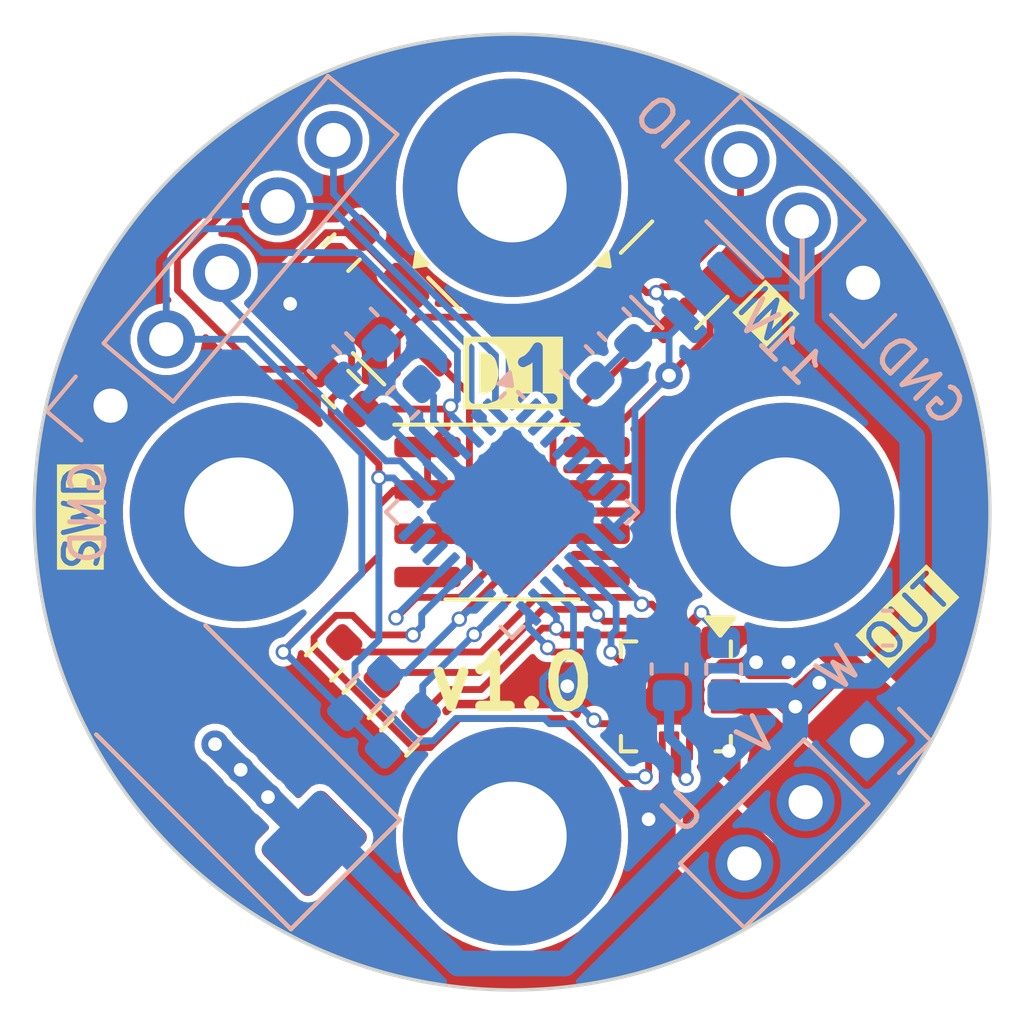
<source format=kicad_pcb>
(kicad_pcb (version 20241229) (generator "pcbnew") (generator_version "9.0")
  (layers (0 "F.Cu" signal) (2 "B.Cu" signal) (13 "F.Paste" user) (15 "B.Paste" user) (5 "F.SilkS" user "F.Silkscreen") (7 "B.SilkS" user "B.Silkscreen") (1 "F.Mask" user) (3 "B.Mask" user) (25 "Edge.Cuts" user))
  (net 0 "")
  (net 1 "GND")
  (net 2 "+3.3V")
  (net 3 "Vdrive")
  (net 4 "Net-(U3-VCP)")
  (net 5 "Net-(U3-1.8VOUT)")
  (net 6 "CTRL")
  (net 7 "W")
  (net 8 "V")
  (net 9 "U")
  (net 10 "~{RESET}")
  (net 11 "SWCLK")
  (net 12 "SWDIO")
  (net 13 "WL")
  (net 14 "WH")
  (net 15 "VL")
  (net 16 "VH")
  (net 17 "UL")
  (net 18 "UH")
  (net 19 "SDA")
  (net 20 "SCL")
  (net 21 "DIAG")
  (net 23 "Net-(U4-VDDCORE)")
  (net 24 "Net-(U4-VSW)")
  (net 27 "Net-(Q1-D)")
  (net 37 "Net-(J1-Pin_3)")
  (net 42 "PWREN")
  (footprint "Resistor_SMD:R_0603_1608Metric" (layer "F.Cu") (at 84.5 74.4 -135)
    (property "Reference" "R5" (hide yes))
    (property "Value" "10kΩ")
    (pad "1" smd roundrect (at -0.825 0 225) (size 0.8 0.95) (layers "F.Cu" "F.Mask" "F.Paste") (net 18 "UH"))
    (pad "2" smd roundrect (at 0.825 0 225) (size 0.8 0.95) (layers "F.Cu" "F.Mask" "F.Paste") (net 1 "GND"))
  )
  (footprint "Package_TO_SOT_SMD:SOT-23" (layer "F.Cu") (at 94.75 63.05 45)
    (property "Reference" "Q2" (hide yes))
    (property "Value" "DMN3042L")
    (pad "1" smd roundrect (at -0.9375 -0.95 45) (size 1.475 0.6) (layers "F.Cu" "F.Mask" "F.Paste") (net 2 "+3.3V"))
    (pad "2" smd roundrect (at -0.9375 0.95 45) (size 1.475 0.6) (layers "F.Cu" "F.Mask" "F.Paste") (net 6 "CTRL"))
    (pad "3" smd roundrect (at 0.937501 0 45) (size 1.475 0.6) (layers "F.Cu" "F.Mask" "F.Paste") (net 37 "Net-(J1-Pin_3)"))
  )
  (footprint "Resistor_SMD:R_0603_1608Metric" (layer "F.Cu") (at 85 62.4 -135)
    (property "Reference" "R1" (hide yes))
    (property "Value" "10kΩ")
    (pad "1" smd roundrect (at -0.825 0 225) (size 0.8 0.95) (layers "F.Cu" "F.Mask" "F.Paste") (net 42 "PWREN"))
    (pad "2" smd roundrect (at 0.825 0 225) (size 0.8 0.95) (layers "F.Cu" "F.Mask" "F.Paste") (net 1 "GND"))
  )
  (footprint "Capacitor_Tantalum_SMD:CP_EIA-7343-43_Kemet-X" (layer "F.Cu") (at 82 77.5 135)
    (property "Reference" "C5" (hide yes))
    (property "Value" "220uF")
    (pad "1" smd roundrect (at -3.12 0 135) (size 2.07 2.59) (layers "F.Cu" "F.Mask" "F.Paste") (roundrect_rratio 0.120773) (net 3 "Vdrive"))
    (pad "2" smd roundrect (at 3.12 0 135) (size 2.07 2.59) (layers "F.Cu" "F.Mask" "F.Paste") (roundrect_rratio 0.120773) (net 1 "GND"))
  )
  (footprint "Resistor_SMD:R_0603_1608Metric" (layer "F.Cu") (at 85.6 75.5 -135)
    (property "Reference" "R6" (hide yes))
    (property "Value" "10kΩ")
    (pad "1" smd roundrect (at -0.825 0 225) (size 0.8 0.95) (layers "F.Cu" "F.Mask" "F.Paste") (net 16 "VH"))
    (pad "2" smd roundrect (at 0.825 0 225) (size 0.8 0.95) (layers "F.Cu" "F.Mask" "F.Paste") (net 1 "GND"))
  )
  (footprint "Package_DFN_QFN:QFN-20-1EP_3x3mm_P0.4mm_EP1.65x1.65mm" (layer "F.Cu") (at 94.8 75.4 -90)
    (property "Reference" "U3" (hide yes))
    (property "Value" "TMC6300")
    (pad "1" smd roundrect (at -1.45 -0.8 270) (size 0.85 0.2) (layers "F.Cu" "F.Mask" "F.Paste") (net 7 "W"))
    (pad "2" smd roundrect (at -1.45 -0.4 270) (size 0.85 0.2) (layers "F.Cu" "F.Mask" "F.Paste") (net 4 "Net-(U3-VCP)"))
    (pad "3" smd roundrect (at -1.45 0 270) (size 0.85 0.2) (layers "F.Cu" "F.Mask" "F.Paste") (net 18 "UH"))
    (pad "4" smd roundrect (at -1.45 0.4 270) (size 0.85 0.2) (layers "F.Cu" "F.Mask" "F.Paste") (net 16 "VH"))
    (pad "5" smd roundrect (at -1.45 0.8 270) (size 0.85 0.2) (layers "F.Cu" "F.Mask" "F.Paste") (net 14 "WH"))
    (pad "6" smd roundrect (at -0.8 1.45 270) (size 0.2 0.85) (layers "F.Cu" "F.Mask" "F.Paste") (net 17 "UL"))
    (pad "7" smd roundrect (at -0.4 1.45 270) (size 0.2 0.85) (layers "F.Cu" "F.Mask" "F.Paste") (net 13 "WL"))
    (pad "8" smd roundrect (at 0 1.45 270) (size 0.2 0.85) (layers "F.Cu" "F.Mask" "F.Paste") (net 1 "GND"))
    (pad "9" smd roundrect (at 0.4 1.45 270) (size 0.2 0.85) (layers "F.Cu" "F.Mask" "F.Paste") (net 1 "GND"))
    (pad "10" smd roundrect (at 0.8 1.45 270) (size 0.2 0.85) (layers "F.Cu" "F.Mask" "F.Paste") (net 15 "VL"))
    (pad "11" smd roundrect (at 1.45 0.8 270) (size 0.85 0.2) (layers "F.Cu" "F.Mask" "F.Paste") (net 42 "PWREN"))
    (pad "12" smd roundrect (at 1.45 0.4 270) (size 0.85 0.2) (layers "F.Cu" "F.Mask" "F.Paste") (net 21 "DIAG"))
    (pad "13" smd roundrect (at 1.45 0 270) (size 0.85 0.2) (layers "F.Cu" "F.Mask" "F.Paste") (net 5 "Net-(U3-1.8VOUT)"))
    (pad "14" smd roundrect (at 1.45 -0.4 270) (size 0.85 0.2) (layers "F.Cu" "F.Mask" "F.Paste") (net 1 "GND"))
    (pad "15" smd roundrect (at 1.45 -0.8 270) (size 0.85 0.2) (layers "F.Cu" "F.Mask" "F.Paste") (net 9 "U"))
    (pad "16" smd roundrect (at 0.8 -1.45 270) (size 0.2 0.85) (layers "F.Cu" "F.Mask" "F.Paste") (net 1 "GND"))
    (pad "17" smd roundrect (at 0.4 -1.45 270) (size 0.2 0.85) (layers "F.Cu" "F.Mask" "F.Paste") (net 8 "V"))
    (pad "18" smd roundrect (at 0 -1.45 270) (size 0.2 0.85) (layers "F.Cu" "F.Mask" "F.Paste") (net 3 "Vdrive"))
    (pad "19" smd roundrect (at -0.4 -1.45 270) (size 0.2 0.85) (layers "F.Cu" "F.Mask" "F.Paste"))
    (pad "20" smd roundrect (at -0.8 -1.45 270) (size 0.2 0.85) (layers "F.Cu" "F.Mask" "F.Paste") (net 1 "GND"))
    (pad "21" smd rect (at 0 0 270) (size 1.65 1.65) (layers "F.Cu" "F.Mask") (net 1 "GND"))
  )
  (footprint "Package_TO_SOT_SMD:SOT-23" (layer "F.Cu") (at 86.9 64.7 -45)
    (property "Reference" "Q1" (hide yes))
    (property "Value" "DMN3042L")
    (pad "1" smd roundrect (at -0.9375 -0.95 315) (size 1.475 0.6) (layers "F.Cu" "F.Mask" "F.Paste") (net 42 "PWREN"))
    (pad "2" smd roundrect (at -0.9375 0.95 315) (size 1.475 0.6) (layers "F.Cu" "F.Mask" "F.Paste") (net 1 "GND"))
    (pad "3" smd roundrect (at 0.937501 0 315) (size 1.475 0.6) (layers "F.Cu" "F.Mask" "F.Paste") (net 27 "Net-(Q1-D)"))
  )
  (footprint "Resistor_SMD:R_0603_1608Metric" (layer "F.Cu") (at 85 66.4 135)
    (property "Reference" "R4" (hide yes))
    (property "Value" "1kΩ")
    (pad "1" smd roundrect (at -0.825 0 135) (size 0.8 0.95) (layers "F.Cu" "F.Mask" "F.Paste") (net 2 "+3.3V"))
    (pad "2" smd roundrect (at 0.825 0 135) (size 0.8 0.95) (layers "F.Cu" "F.Mask" "F.Paste") (net 11 "SWCLK"))
  )
  (footprint "MountingHole:MountingHole_3.2mm_M3_Pad" (layer "F.Cu") (at 82 70)
    (property "Reference" "H1" (hide yes))
    (property "Value" "MountingHole_Pad")
    (pad "1" thru_hole circle (at 0 0) (size 6.4 6.4) (drill 3.2) (layers "*.Cu" "*.Mask"))
  )
  (footprint "MountingHole:MountingHole_3.2mm_M3_Pad" (layer "F.Cu") (at 98 70)
    (property "Reference" "H2" (hide yes))
    (property "Value" "MountingHole_Pad")
    (pad "1" thru_hole circle (at 0 0) (size 6.4 6.4) (drill 3.2) (layers "*.Cu" "*.Mask"))
  )
  (footprint "Resistor_SMD:R_0603_1608Metric" (layer "F.Cu") (at 86.7 76.6 -135)
    (property "Reference" "R7" (hide yes))
    (property "Value" "10kΩ")
    (pad "1" smd roundrect (at -0.825 0 225) (size 0.8 0.95) (layers "F.Cu" "F.Mask" "F.Paste") (net 14 "WH"))
    (pad "2" smd roundrect (at 0.825 0 225) (size 0.8 0.95) (layers "F.Cu" "F.Mask" "F.Paste") (net 1 "GND"))
  )
  (footprint "MountingHole:MountingHole_3.2mm_M3_Pad" (layer "F.Cu") (at 90 79.5)
    (property "Reference" "H4" (hide yes))
    (property "Value" "MountingHole_Pad")
    (pad "1" thru_hole circle (at 0 0) (size 6.4 6.4) (drill 3.2) (layers "*.Cu" "*.Mask"))
  )
  (footprint "MountingHole:MountingHole_3.2mm_M3_Pad" (layer "F.Cu") (at 90 60.5)
    (property "Reference" "H3" (hide yes))
    (property "Value" "MountingHole_Pad")
    (pad "1" thru_hole circle (at 0 0) (size 6.4 6.4) (drill 3.2) (layers "*.Cu" "*.Mask"))
  )
  (footprint "Package_SO:SOIC-8_3.9x4.9mm_P1.27mm" (layer "F.Cu") (at 90 70)
    (property "Reference" "U2" (hide yes))
    (property "Value" "AS5600")
    (pad "1" smd roundrect (at -2.475 -1.905) (size 1.95 0.6) (layers "F.Cu" "F.Mask" "F.Paste") (net 2 "+3.3V"))
    (pad "2" smd roundrect (at -2.475 -0.635) (size 1.95 0.6) (layers "F.Cu" "F.Mask" "F.Paste") (net 2 "+3.3V"))
    (pad "3" smd roundrect (at -2.475 0.635) (size 1.95 0.6) (layers "F.Cu" "F.Mask" "F.Paste"))
    (pad "4" smd roundrect (at -2.475 1.905) (size 1.95 0.6) (layers "F.Cu" "F.Mask" "F.Paste") (net 27 "Net-(Q1-D)"))
    (pad "5" smd roundrect (at 2.475 1.905) (size 1.95 0.6) (layers "F.Cu" "F.Mask" "F.Paste"))
    (pad "6" smd roundrect (at 2.475 0.635) (size 1.95 0.6) (layers "F.Cu" "F.Mask" "F.Paste") (net 19 "SDA"))
    (pad "7" smd roundrect (at 2.475 -0.635) (size 1.95 0.6) (layers "F.Cu" "F.Mask" "F.Paste") (net 20 "SCL"))
    (pad "8" smd roundrect (at 2.475 -1.905) (size 1.95 0.6) (layers "F.Cu" "F.Mask" "F.Paste") (net 2 "+3.3V"))
  )
  (footprint "Capacitor_SMD:C_0603_1608Metric" (layer "B.Cu") (at 86.8 66.8 45)
    (property "Reference" "L1" (hide yes))
    (property "Value" "10uH")
    (pad "1" smd roundrect (at -0.775 0 45) (size 0.9 0.95) (layers "B.Cu" "B.Mask" "B.Paste") (net 23 "Net-(U4-VDDCORE)"))
    (pad "2" smd roundrect (at 0.775 0 45) (size 0.9 0.95) (layers "B.Cu" "B.Mask" "B.Paste") (net 24 "Net-(U4-VSW)"))
  )
  (footprint "Capacitor_SMD:C_0603_1608Metric" (layer "B.Cu") (at 94.6 74.6 90)
    (property "Reference" "C6" (hide yes))
    (property "Value" "100nF")
    (pad "1" smd roundrect (at -0.775 0 90) (size 0.9 0.95) (layers "B.Cu" "B.Mask" "B.Paste") (net 5 "Net-(U3-1.8VOUT)"))
    (pad "2" smd roundrect (at 0.775 0 90) (size 0.9 0.95) (layers "B.Cu" "B.Mask" "B.Paste") (net 1 "GND"))
  )
  (footprint "Package_TO_SOT_SMD:SOT-23" (layer "B.Cu") (at 95.05 63.05 135)
    (property "Reference" "U1" (hide yes))
    (property "Value" "AP7381")
    (pad "1" smd roundrect (at -0.9375 0.95 135) (size 1.475 0.6) (layers "B.Cu" "B.Mask" "B.Paste") (net 3 "Vdrive"))
    (pad "2" smd roundrect (at -0.9375 -0.95 135) (size 1.475 0.6) (layers "B.Cu" "B.Mask" "B.Paste") (net 2 "+3.3V"))
    (pad "3" smd roundrect (at 0.937501 0 135) (size 1.475 0.6) (layers "B.Cu" "B.Mask" "B.Paste") (net 1 "GND"))
  )
  (footprint "Capacitor_SMD:C_0603_1608Metric" (layer "B.Cu") (at 96.2 74.6 90)
    (property "Reference" "C2" (hide yes))
    (property "Value" "10nF 10V")
    (pad "1" smd roundrect (at -0.775 0 90) (size 0.9 0.95) (layers "B.Cu" "B.Mask" "B.Paste") (net 3 "Vdrive"))
    (pad "2" smd roundrect (at 0.775 0 90) (size 0.9 0.95) (layers "B.Cu" "B.Mask" "B.Paste") (net 4 "Net-(U3-VCP)"))
  )
  (footprint "Capacitor_SMD:C_0603_1608Metric" (layer "B.Cu") (at 84.5 65.6 135)
    (property "Reference" "C7" (hide yes))
    (property "Value" "100nF")
    (pad "1" smd roundrect (at -0.775 0 135) (size 0.9 0.95) (layers "B.Cu" "B.Mask" "B.Paste") (net 23 "Net-(U4-VDDCORE)"))
    (pad "2" smd roundrect (at 0.775 0 135) (size 0.9 0.95) (layers "B.Cu" "B.Mask" "B.Paste") (net 1 "GND"))
  )
  (footprint "Package_DFN_QFN:QFN-32-1EP_5x5mm_P0.5mm_EP3.45x3.45mm" (layer "B.Cu") (at 90 70 -135)
    (property "Reference" "U4" (hide yes))
    (property "Value" "ATSAML21E16B-MUT")
    (pad "1" smd roundrect (at -2.4375 1.75 225) (size 0.875 0.25) (layers "B.Cu" "B.Mask" "B.Paste"))
    (pad "2" smd roundrect (at -2.4375 1.25 225) (size 0.875 0.25) (layers "B.Cu" "B.Mask" "B.Paste"))
    (pad "3" smd roundrect (at -2.4375 0.75 225) (size 0.875 0.25) (layers "B.Cu" "B.Mask" "B.Paste"))
    (pad "4" smd roundrect (at -2.4375 0.25 225) (size 0.875 0.25) (layers "B.Cu" "B.Mask" "B.Paste"))
    (pad "5" smd roundrect (at -2.4375 -0.25 225) (size 0.875 0.25) (layers "B.Cu" "B.Mask" "B.Paste"))
    (pad "6" smd roundrect (at -2.4375 -0.75 225) (size 0.875 0.25) (layers "B.Cu" "B.Mask" "B.Paste"))
    (pad "7" smd roundrect (at -2.4375 -1.25 225) (size 0.875 0.25) (layers "B.Cu" "B.Mask" "B.Paste"))
    (pad "8" smd roundrect (at -2.4375 -1.75 225) (size 0.875 0.25) (layers "B.Cu" "B.Mask" "B.Paste"))
    (pad "9" smd roundrect (at -1.75 -2.4375 225) (size 0.25 0.875) (layers "B.Cu" "B.Mask" "B.Paste") (net 2 "+3.3V"))
    (pad "10" smd roundrect (at -1.25 -2.4375 225) (size 0.25 0.875) (layers "B.Cu" "B.Mask" "B.Paste") (net 1 "GND"))
    (pad "11" smd roundrect (at -0.75 -2.4375 225) (size 0.25 0.875) (layers "B.Cu" "B.Mask" "B.Paste") (net 18 "UH"))
    (pad "12" smd roundrect (at -0.25 -2.4375 225) (size 0.25 0.875) (layers "B.Cu" "B.Mask" "B.Paste") (net 17 "UL"))
    (pad "13" smd roundrect (at 0.25 -2.4375 225) (size 0.25 0.875) (layers "B.Cu" "B.Mask" "B.Paste") (net 16 "VH"))
    (pad "14" smd roundrect (at 0.75 -2.4375 225) (size 0.25 0.875) (layers "B.Cu" "B.Mask" "B.Paste") (net 15 "VL"))
    (pad "15" smd roundrect (at 1.25 -2.4375 225) (size 0.25 0.875) (layers "B.Cu" "B.Mask" "B.Paste") (net 14 "WH"))
    (pad "16" smd roundrect (at 1.75 -2.4375 225) (size 0.25 0.875) (layers "B.Cu" "B.Mask" "B.Paste") (net 13 "WL"))
    (pad "17" smd roundrect (at 2.4375 -1.75 225) (size 0.875 0.25) (layers "B.Cu" "B.Mask" "B.Paste") (net 19 "SDA"))
    (pad "18" smd roundrect (at 2.4375 -1.25 225) (size 0.875 0.25) (layers "B.Cu" "B.Mask" "B.Paste") (net 20 "SCL"))
    (pad "19" smd roundrect (at 2.4375 -0.75 225) (size 0.875 0.25) (layers "B.Cu" "B.Mask" "B.Paste"))
    (pad "20" smd roundrect (at 2.4375 -0.25 225) (size 0.875 0.25) (layers "B.Cu" "B.Mask" "B.Paste") (net 21 "DIAG"))
    (pad "21" smd roundrect (at 2.4375 0.25 225) (size 0.875 0.25) (layers "B.Cu" "B.Mask" "B.Paste") (net 6 "CTRL"))
    (pad "22" smd roundrect (at 2.4375 0.75 225) (size 0.875 0.25) (layers "B.Cu" "B.Mask" "B.Paste"))
    (pad "23" smd roundrect (at 2.4375 1.25 225) (size 0.875 0.25) (layers "B.Cu" "B.Mask" "B.Paste"))
    (pad "24" smd roundrect (at 2.4375 1.75 225) (size 0.875 0.25) (layers "B.Cu" "B.Mask" "B.Paste"))
    (pad "25" smd roundrect (at 1.75 2.4375 225) (size 0.25 0.875) (layers "B.Cu" "B.Mask" "B.Paste") (net 42 "PWREN"))
    (pad "26" smd roundrect (at 1.25 2.4375 225) (size 0.25 0.875) (layers "B.Cu" "B.Mask" "B.Paste") (net 10 "~{RESET}"))
    (pad "27" smd roundrect (at 0.75 2.4375 225) (size 0.25 0.875) (layers "B.Cu" "B.Mask" "B.Paste") (net 23 "Net-(U4-VDDCORE)"))
    (pad "28" smd roundrect (at 0.25 2.4375 225) (size 0.25 0.875) (layers "B.Cu" "B.Mask" "B.Paste") (net 1 "GND"))
    (pad "29" smd roundrect (at -0.25 2.4375 225) (size 0.25 0.875) (layers "B.Cu" "B.Mask" "B.Paste") (net 24 "Net-(U4-VSW)"))
    (pad "30" smd roundrect (at -0.75 2.4375 225) (size 0.25 0.875) (layers "B.Cu" "B.Mask" "B.Paste") (net 2 "+3.3V"))
    (pad "31" smd roundrect (at -1.25 2.4375 225) (size 0.25 0.875) (layers "B.Cu" "B.Mask" "B.Paste") (net 11 "SWCLK"))
    (pad "32" smd roundrect (at -1.75 2.4375 225) (size 0.25 0.875) (layers "B.Cu" "B.Mask" "B.Paste") (net 12 "SWDIO"))
    (pad "33" smd rect (at 0 0 225) (size 3.45 3.45) (property pad_prop_heatsink) (layers "B.Cu" "B.Mask") (net 1 "GND"))
  )
  (footprint "Capacitor_SMD:C_0603_1608Metric" (layer "B.Cu") (at 85.6 64.5 135)
    (property "Reference" "C8" (hide yes))
    (property "Value" "1uF")
    (pad "1" smd roundrect (at -0.775 0 135) (size 0.9 0.95) (layers "B.Cu" "B.Mask" "B.Paste") (net 23 "Net-(U4-VDDCORE)"))
    (pad "2" smd roundrect (at 0.775 0 135) (size 0.9 0.95) (layers "B.Cu" "B.Mask" "B.Paste") (net 1 "GND"))
  )
  (footprint "Connector_PinHeader_2.54mm:PinHeader_1x05_P2.54mm_Vertical" (layer "B.Cu") (at 78.237853 66.883844 -40)
    (property "Reference" "J2" (hide yes))
    (property "Value" "JSWD")
    (pad "1" thru_hole rect (at 0 0 320) (size 1.7 1.7) (drill 1) (layers "*.Cu" "*.Mask") (net 1 "GND"))
    (pad "2" thru_hole oval (at 0 -2.54 320) (size 1.7 1.7) (drill 1) (layers "*.Cu" "*.Mask") (net 2 "+3.3V"))
    (pad "3" thru_hole oval (at 0 -5.08 320) (size 1.7 1.7) (drill 1) (layers "*.Cu" "*.Mask") (net 10 "~{RESET}"))
    (pad "4" thru_hole oval (at 0 -7.620001 320) (size 1.7 1.7) (drill 1) (layers "*.Cu" "*.Mask") (net 11 "SWCLK"))
    (pad "5" thru_hole oval (at 0 -10.16 320) (size 1.7 1.7) (drill 1) (layers "*.Cu" "*.Mask") (net 12 "SWDIO"))
  )
  (footprint "Capacitor_SMD:C_0603_1608Metric" (layer "B.Cu") (at 91.9 65.6 135)
    (property "Reference" "C9" (hide yes))
    (property "Value" "100nF")
    (pad "1" smd roundrect (at -0.775 0 135) (size 0.9 0.95) (layers "B.Cu" "B.Mask" "B.Paste") (net 2 "+3.3V"))
    (pad "2" smd roundrect (at 0.775 0 135) (size 0.9 0.95) (layers "B.Cu" "B.Mask" "B.Paste") (net 1 "GND"))
  )
  (footprint "Capacitor_Tantalum_SMD:CP_EIA-7343-43_Kemet-X" (layer "B.Cu") (at 82 77.5 135)
    (property "Reference" "C4" (hide yes))
    (property "Value" "220uF")
    (pad "1" smd roundrect (at -3.1125 0 135) (size 2.075 2.55) (layers "B.Cu" "B.Mask" "B.Paste") (roundrect_rratio 0.120482) (net 3 "Vdrive"))
    (pad "2" smd roundrect (at 3.1125 0 135) (size 2.075 2.55) (layers "B.Cu" "B.Mask" "B.Paste") (roundrect_rratio 0.120482) (net 1 "GND"))
  )
  (footprint "Resistor_SMD:R_0603_1608Metric" (layer "B.Cu") (at 86.8 76.4 45)
    (property "Reference" "R2" (hide yes))
    (property "Value" "1kΩ")
    (pad "1" smd roundrect (at -0.825 0 45) (size 0.8 0.95) (layers "B.Cu" "B.Mask" "B.Paste") (net 2 "+3.3V"))
    (pad "2" smd roundrect (at 0.825 0 45) (size 0.8 0.95) (layers "B.Cu" "B.Mask" "B.Paste") (net 19 "SDA"))
  )
  (footprint "Connector_PinHeader_2.54mm:PinHeader_1x03_P2.54mm_Vertical" (layer "B.Cu") (at 100.396051 76.703949 135)
    (property "Reference" "J3" (hide yes))
    (property "Value" "JDRV")
    (pad "1" thru_hole rect (at 0 0 135) (size 1.7 1.7) (drill 1) (layers "*.Cu" "*.Mask") (net 7 "W"))
    (pad "2" thru_hole oval (at 0 -2.54 135) (size 1.7 1.7) (drill 1) (layers "*.Cu" "*.Mask") (net 8 "V"))
    (pad "3" thru_hole oval (at 0 -5.079999 135) (size 1.7 1.7) (drill 1) (layers "*.Cu" "*.Mask") (net 9 "U"))
  )
  (footprint "Resistor_SMD:R_0603_1608Metric" (layer "B.Cu") (at 85.7 75.3 45)
    (property "Reference" "R3" (hide yes))
    (property "Value" "1kΩ")
    (pad "1" smd roundrect (at -0.825 0 45) (size 0.8 0.95) (layers "B.Cu" "B.Mask" "B.Paste") (net 2 "+3.3V"))
    (pad "2" smd roundrect (at 0.825 0 45) (size 0.8 0.95) (layers "B.Cu" "B.Mask" "B.Paste") (net 20 "SCL"))
  )
  (footprint "Capacitor_SMD:C_0603_1608Metric" (layer "B.Cu") (at 101 73.4 180)
    (property "Reference" "C3" (hide yes))
    (property "Value" "10uF")
    (pad "1" smd roundrect (at -0.775 0 180) (size 0.9 0.95) (layers "B.Cu" "B.Mask" "B.Paste") (net 3 "Vdrive"))
    (pad "2" smd roundrect (at 0.775 0 180) (size 0.9 0.95) (layers "B.Cu" "B.Mask" "B.Paste") (net 1 "GND"))
  )
  (footprint "Capacitor_SMD:C_0603_1608Metric" (layer "B.Cu") (at 93 64.5 135)
    (property "Reference" "C1" (hide yes))
    (property "Value" "10uF")
    (pad "1" smd roundrect (at -0.775 0 135) (size 0.9 0.95) (layers "B.Cu" "B.Mask" "B.Paste") (net 2 "+3.3V"))
    (pad "2" smd roundrect (at 0.775 0 135) (size 0.9 0.95) (layers "B.Cu" "B.Mask" "B.Paste") (net 1 "GND"))
  )
  (footprint "Connector_PinHeader_2.54mm:PinHeader_1x03_P2.54mm_Vertical" (layer "B.Cu") (at 100.285445 63.285445 45)
    (property "Reference" "J1" (hide yes))
    (property "Value" "JIN")
    (pad "1" thru_hole rect (at 0 0 45) (size 1.7 1.7) (drill 1) (layers "*.Cu" "*.Mask") (net 1 "GND"))
    (pad "2" thru_hole oval (at 0 -2.54 45) (size 1.7 1.7) (drill 1) (layers "*.Cu" "*.Mask") (net 3 "Vdrive"))
    (pad "3" thru_hole oval (at 0 -5.079999 45) (size 1.7 1.7) (drill 1) (layers "*.Cu" "*.Mask") (net 37 "Net-(J1-Pin_3)"))
  )
  (gr_poly (pts (xy 96.1 73.6) (xy 95.7 73.1) (xy 96.5 73.1)) (stroke (width 0.15)) (fill yes) (layer "F.SilkS"))
  (gr_line (start 98.5 61.5) (end 98.5 63.7) (stroke (width 0.15)) (layer "B.SilkS"))
  (gr_circle (center 90 70) (end 104 70) (stroke (width 0.1)) (fill no) (layer "Edge.Cuts"))
  (gr_text "OUT" (at 100.5 74.2 45) (layer "F.SilkS" knockout) (effects (font (size 1 1)) (justify left)))
  (gr_text "SWD" (at 77.4 68.5 90) (layer "F.SilkS" knockout) (effects (font (size 1 1)) (justify right)))
  (gr_text "IN" (at 96.8 63.6 315) (layer "F.SilkS" knockout) (effects (font (size 1 1)) (justify left)))
  (gr_text "D1" (at 90 66 0) (layer "F.SilkS" knockout) (effects (font (size 1.5 1.5) (thickness 0.3) (bold yes))))
  (gr_text "v1.0" (at 90 75 -0) (layer "F.SilkS") (effects (font (size 1.5 1.5) (thickness 0.3) (bold yes))))
  (gr_text "U" (at 95.4 79.2 45) (layer "B.SilkS") (effects (font (size 1 1)) (justify bottom mirror)))
  (gr_text "V" (at 97.6 77 45) (layer "B.SilkS") (effects (font (size 1 1)) (justify bottom mirror)))
  (gr_text "W" (at 100 75 45) (layer "B.SilkS") (effects (font (size 1 1)) (justify bottom mirror)))
  (gr_text "GND" (at 100.8 65 -45) (layer "B.SilkS") (effects (font (size 1 1)) (justify right mirror)))
  (gr_text "11V" (at 98.5 66.5 315) (layer "B.SilkS") (effects (font (size 1 1)) (justify left bottom mirror)))
  (gr_text "GND" (at 77 70 90) (layer "B.SilkS") (effects (font (size 1 1)) (justify top mirror)))
  (gr_text "IO" (at 95 59.2 315) (layer "B.SilkS") (effects (font (size 1 1)) (justify left mirror)))
  (segment (start 96.25 74.6) (end 95.797936 74.6) (width 0.2) (layer "F.Cu") (net 1))
  (segment (start 95.2 75.197936) (end 95.2 76.85) (width 0.2) (layer "F.Cu") (net 1))
  (segment (start 95.797936 74.6) (end 95.2 75.197936) (width 0.2) (layer "F.Cu") (net 1))
  (via (at 98.1 74.4) (size 0.8) (drill 0.4) (layers "F.Cu" "B.Cu") (net 1))
  (via (at 97.15 74.4) (size 0.8) (drill 0.4) (layers "F.Cu" "B.Cu") (net 1))
  (via (at 91.618238 75.101001) (size 0.8) (drill 0.4) (layers "F.Cu" "B.Cu") (net 1))
  (via (at 83.5 63.9) (size 0.8) (drill 0.4) (layers "F.Cu" "B.Cu") (net 1))
  (via (at 94 79) (size 0.8) (drill 0.4) (layers "F.Cu" "B.Cu") (net 1))
  (via (at 96.35 77) (size 0.8) (drill 0.4) (layers "F.Cu" "B.Cu") (net 1))
  (segment (start 94.274 71.474) (end 94.274 68.45664) (width 0.75) (layer "B.Cu") (net 1))
  (segment (start 91.619239 75.1) (end 93.325 75.1) (width 0.3) (layer "B.Cu") (net 1))
  (segment (start 94 79) (end 94.5 78.5) (width 0.3) (layer "B.Cu") (net 1))
  (segment (start 95.424 74.576) (end 95.424 76.074) (width 0.3) (layer "B.Cu") (net 1))
  (segment (start 94.6 73.825) (end 94.6 71.8) (width 0.75) (layer "B.Cu") (net 1))
  (segment (start 94.274 68.45664) (end 96.4 66.33064) (width 0.75) (layer "B.Cu") (net 1))
  (segment (start 93.325 76.225) (end 93.325 75.1) (width 0.3) (layer "B.Cu") (net 1))
  (segment (start 95.424945 74.575055) (end 95.424 74.576) (width 0.3) (layer "B.Cu") (net 1))
  (segment (start 94.6 73.825) (end 94.67489 73.825) (width 0.3) (layer "B.Cu") (net 1))
  (segment (start 94.67489 73.825) (end 95.424945 74.575055) (width 0.3) (layer "B.Cu") (net 1))
  (segment (start 95.424 76.074) (end 96.35 77) (width 0.3) (layer "B.Cu") (net 1))
  (segment (start 94.5 77.4) (end 93.325 76.225) (width 0.3) (layer "B.Cu") (net 1))
  (segment (start 93.325 75.1) (end 94.6 73.825) (width 0.3) (layer "B.Cu") (net 1))
  (segment (start 87.349 67.349) (end 86.4 66.4) (width 0.2) (layer "B.Cu") (net 1))
  (segment (start 87.349 67.702553) (end 87.349 67.349) (width 0.2) (layer "B.Cu") (net 1))
  (segment (start 96.4 64.4) (end 94.387087 62.387087) (width 0.75) (layer "B.Cu") (net 1))
  (segment (start 91.618238 75.101001) (end 91.619239 75.1) (width 0.3) (layer "B.Cu") (net 1))
  (segment (start 96.974945 74.575055) (end 95.424945 74.575055) (width 0.3) (layer "B.Cu") (net 1))
  (segment (start 86.4 66) (end 87.1 65.3) (width 0.2) (layer "B.Cu") (net 1))
  (segment (start 96.4 66.33064) (end 96.4 65.3) (width 0.75) (layer "B.Cu") (net 1))
  (segment (start 94.5 78.5) (end 94.5 77.4) (width 0.3) (layer "B.Cu") (net 1))
  (segment (start 88.099651 68.453204) (end 87.349 67.702553) (width 0.2) (layer "B.Cu") (net 1))
  (segment (start 97.15 74.4) (end 96.974945 74.575055) (width 0.3) (layer "B.Cu") (net 1))
  (segment (start 96.4 65.3) (end 96.4 64.4) (width 0.75) (layer "B.Cu") (net 1))
  (segment (start 94.6 71.8) (end 94.274 71.474) (width 0.75) (layer "B.Cu") (net 1))
  (segment (start 86.4 66.4) (end 86.4 66) (width 0.2) (layer "B.Cu") (net 1))
  (segment (start 88.1 67) (end 88.1 67.52) (width 0.2) (layer "F.Cu") (net 2))
  (segment (start 88.1 67.52) (end 87.525 68.095) (width 0.2) (layer "F.Cu") (net 2))
  (segment (start 83.3 74.078306) (end 83.3 74.1) (width 0.2) (layer "F.Cu") (net 2))
  (segment (start 88.2 66.9) (end 88.1 67) (width 0.2) (layer "F.Cu") (net 2))
  (segment (start 94.6 66) (end 95.8 64.8) (width 0.2) (layer "F.Cu") (net 2))
  (segment (start 95.8 64.8) (end 95.8 63.845802) (width 0.2) (layer "F.Cu") (net 2))
  (segment (start 92.475 68.095) (end 94.57 66) (width 0.2) (layer "F.Cu") (net 2))
  (segment (start 85.583363 66.983363) (end 86.637483 65.929243) (width 0.2) (layer "F.Cu") (net 2))
  (segment (start 95.354198 63.4) (end 94.39998 63.4) (width 0.2) (layer "F.Cu") (net 2))
  (segment (start 86.1 69.8) (end 86.1 71.278306) (width 0.2) (layer "F.Cu") (net 2))
  (segment (start 87.237108 64.290766) (end 92.165731 64.290766) (width 0.2) (layer "F.Cu") (net 2))
  (segment (start 92.165731 64.290766) (end 93.415336 63.041161) (width 0.2) (layer "F.Cu") (net 2))
  (segment (start 95.8 63.845802) (end 95.354198 63.4) (width 0.2) (layer "F.Cu") (net 2))
  (segment (start 93.415336 63.041161) (end 93.945917 63.571742) (width 0.2) (layer "F.Cu") (net 2))
  (segment (start 87.525 68.095) (end 87.525 69.365) (width 0.2) (layer "F.Cu") (net 2))
  (segment (start 86.637483 65.929243) (end 86.637483 64.890391) (width 0.2) (layer "F.Cu") (net 2))
  (segment (start 88.2 66.9) (end 88.166726 66.9) (width 0.2) (layer "F.Cu") (net 2))
  (segment (start 93.945917 63.571742) (end 94.228238 63.571742) (width 0.2) (layer "F.Cu") (net 2))
  (segment (start 86.535 69.365) (end 86.1 69.8) (width 0.2) (layer "F.Cu") (net 2))
  (segment (start 94.39998 63.4) (end 94.228238 63.571742) (width 0.2) (layer "F.Cu") (net 2))
  (segment (start 88.166726 66.9) (end 88.083363 66.983363) (width 0.2) (layer "F.Cu") (net 2))
  (segment (start 94.57 66) (end 94.6 66) (width 0.2) (layer "F.Cu") (net 2))
  (segment (start 87.525 69.365) (end 86.535 69.365) (width 0.2) (layer "F.Cu") (net 2))
  (segment (start 86.637483 64.890391) (end 87.237108 64.290766) (width 0.2) (layer "F.Cu") (net 2))
  (segment (start 86.1 71.278306) (end 83.3 74.078306) (width 0.2) (layer "F.Cu") (net 2))
  (segment (start 88.083363 66.983363) (end 85.583363 66.983363) (width 0.2) (layer "F.Cu") (net 2))
  (via (at 88.2 66.9) (size 0.45) (drill 0.3) (layers "F.Cu" "B.Cu") (net 2))
  (via (at 83.3 74.1) (size 0.45) (drill 0.3) (layers "F.Cu" "B.Cu") (net 2))
  (via (at 94.6 66) (size 0.8) (drill 0.4) (layers "F.Cu" "B.Cu") (net 2))
  (via (at 94.228238 63.571742) (size 0.45) (drill 0.3) (layers "F.Cu" "B.Cu") (net 2))
  (segment (start 79.870534 62.729466) (end 79.870534 64.938091) (width 0.2) (layer "B.Cu") (net 2))
  (segment (start 82.7 62.4) (end 82 61.7) (width 0.2) (layer "B.Cu") (net 2))
  (segment (start 94.6 64.825825) (end 95.041161 64.384664) (width 0.2) (layer "B.Cu") (net 2))
  (segment (start 92.96101 70.486136) (end 93.6 69.847146) (width 0.2) (layer "B.Cu") (net 2))
  (segment (start 88.2 66.9) (end 88.4 66.7) (width 0.2) (layer "B.Cu") (net 2))
  (segment (start 80.9 61.7) (end 79.870534 62.729466) (width 0.2) (layer "B.Cu") (net 2))
  (segment (start 92.448008 66.148008) (end 93.548008 65.048008) (width 0.2) (layer "B.Cu") (net 2))
  (segment (start 88.2 67.13934) (end 88.806757 67.746097) (width 0.2) (layer "B.Cu") (net 2))
  (segment (start 93.6 67) (end 94.6 66) (width 0.2) (layer "B.Cu") (net 2))
  (segment (start 83.333274 74.1) (end 83.3 74.1) (width 0.2) (layer "B.Cu") (net 2))
  (segment (start 95.04116 64.384664) (end 94.228238 63.571742) (width 0.2) (layer "B.Cu") (net 2))
  (segment (start 95.041161 64.384664) (end 95.04116 64.384664) (width 0.2) (layer "B.Cu") (net 2))
  (segment (start 88.4 66.7) (end 88.4 65.296388) (width 0.2) (layer "B.Cu") (net 2))
  (segment (start 88.2 66.9) (end 88.2 67.13934) (width 0.2) (layer "B.Cu") (net 2))
  (segment (start 85.503612 62.4) (end 82.7 62.4) (width 0.2) (layer "B.Cu") (net 2))
  (segment (start 85.6 68.3) (end 85.6 71.8) (width 0.2) (layer "B.Cu") (net 2))
  (segment (start 85.6 71.8) (end 83.3 74.1) (width 0.2) (layer "B.Cu") (net 2))
  (segment (start 82 61.7) (end 80.9 61.7) (width 0.2) (layer "B.Cu") (net 2))
  (segment (start 93.6 69.847146) (end 93.6 67) (width 0.2) (layer "B.Cu") (net 2))
  (segment (start 79.870534 64.938091) (end 82.238091 64.938091) (width 0.2) (layer "B.Cu") (net 2))
  (segment (start 86.216637 76.983363) (end 83.333274 74.1) (width 0.2) (layer "B.Cu") (net 2))
  (segment (start 94.6 66) (end 94.6 64.825825) (width 0.2) (layer "B.Cu") (net 2))
  (segment (start 93.770191 64.825825) (end 93.548008 65.048008) (width 0.2) (layer "B.Cu") (net 2))
  (segment (start 82.238091 64.938091) (end 85.6 68.3) (width 0.2) (layer "B.Cu") (net 2))
  (segment (start 94.6 64.825825) (end 93.770191 64.825825) (width 0.2) (layer "B.Cu") (net 2))
  (segment (start 88.4 65.296388) (end 85.503612 62.4) (width 0.2) (layer "B.Cu") (net 2))
  (segment (start 82.85 78.35) (end 82.05 77.55) (width 0.75) (layer "F.Cu") (net 3))
  (segment (start 82.05 77.55) (end 81.3 76.8) (width 0.75) (layer "F.Cu") (net 3))
  (segment (start 96.25 75.4) (end 96.85 75.4) (width 0.2) (layer "F.Cu") (net 3))
  (segment (start 84.206173 79.706173) (end 82.85 78.35) (width 0.75) (layer "F.Cu") (net 3))
  (via (at 82.85 78.35) (size 0.8) (drill 0.4) (layers "F.Cu" "B.Cu") (net 3))
  (via (at 98.3 75.7) (size 0.8) (drill 0.4) (layers "F.Cu" "B.Cu") (net 3))
  (via (at 81.3 76.8) (size 0.8) (drill 0.4) (layers "F.Cu" "B.Cu") (net 3))
  (via (at 99 75) (size 0.8) (drill 0.4) (layers "F.Cu" "B.Cu") (net 3))
  (via (at 82.05 77.55) (size 0.8) (drill 0.4) (layers "F.Cu" "B.Cu") (net 3))
  (segment (start 101.725 67.825) (end 98.489395 64.589395) (width 0.75) (layer "B.Cu") (net 3))
  (segment (start 98.489394 61.489394) (end 98.489395 61.489393) (width 0.75) (layer "B.Cu") (net 3))
  (segment (start 96.777442 63.433939) (end 96.384664 63.041161) (width 0.2) (layer "B.Cu") (net 3))
  (segment (start 81.3 76.8) (end 84.20087 79.70087) (width 0.75) (layer "B.Cu") (net 3))
  (segment (start 91.542946 83.225) (end 98.3 76.467946) (width 0.75) (layer "B.Cu") (net 3))
  (segment (start 84.90087 79.70087) (end 88.425 83.225) (width 0.75) (layer "B.Cu") (net 3))
  (segment (start 98.3 75.7) (end 99 75) (width 0.75) (layer "B.Cu") (net 3))
  (segment (start 98.489395 63.433939) (end 98.489395 61.489393) (width 0.75) (layer "B.Cu") (net 3))
  (segment (start 97.975 75.375) (end 98.3 75.7) (width 0.75) (layer "B.Cu") (net 3))
  (segment (start 96.2 75.375) (end 97.975 75.375) (width 0.75) (layer "B.Cu") (net 3))
  (segment (start 84.20087 79.70087) (end 84.90087 79.70087) (width 0.75) (layer "B.Cu") (net 3))
  (segment (start 99 75) (end 99.2 74.8) (width 0.75) (layer "B.Cu") (net 3))
  (segment (start 98.489395 64.589395) (end 98.489395 63.433939) (width 0.75) (layer "B.Cu") (net 3))
  (segment (start 101.725 73.675) (end 101.725 67.825) (width 0.75) (layer "B.Cu") (net 3))
  (segment (start 88.425 83.225) (end 91.542946 83.225) (width 0.75) (layer "B.Cu") (net 3))
  (segment (start 98.489395 63.433939) (end 96.777442 63.433939) (width 0.2) (layer "B.Cu") (net 3))
  (segment (start 99.2 74.8) (end 100.6 74.8) (width 0.75) (layer "B.Cu") (net 3))
  (segment (start 100.6 74.8) (end 101.725 73.675) (width 0.75) (layer "B.Cu") (net 3))
  (segment (start 98.3 76.467946) (end 98.3 75.7) (width 0.75) (layer "B.Cu") (net 3))
  (segment (start 95.2 73.95) (end 95.2 73.3) (width 0.3) (layer "F.Cu") (net 4))
  (segment (start 95.2 73.3) (end 95.55 72.95) (width 0.3) (layer "F.Cu") (net 4))
  (via (at 95.55 72.95) (size 0.45) (drill 0.3) (layers "F.Cu" "B.Cu") (net 4))
  (segment (start 96.2 73.6) (end 95.55 72.95) (width 0.3) (layer "B.Cu") (net 4))
  (segment (start 96.2 73.825) (end 96.2 73.6) (width 0.3) (layer "B.Cu") (net 4))
  (segment (start 94.8 77.5) (end 94.8 76.85) (width 0.3) (layer "F.Cu") (net 5))
  (segment (start 95.1 77.8) (end 94.8 77.5) (width 0.3) (layer "F.Cu") (net 5))
  (via (at 95.1 77.8) (size 0.45) (drill 0.3) (layers "F.Cu" "B.Cu") (net 5))
  (segment (start 95.1 77.1) (end 94.6 76.6) (width 0.3) (layer "B.Cu") (net 5))
  (segment (start 95.1 77.8) (end 95.1 77.1) (width 0.3) (layer "B.Cu") (net 5))
  (segment (start 94.6 76.6) (end 94.6 75.375) (width 0.3) (layer "B.Cu") (net 5))
  (segment (start 91.2 69.776256) (end 91.2 67.7) (width 0.2) (layer "F.Cu") (net 6))
  (segment (start 87.2 72.5) (end 88.476256 72.5) (width 0.2) (layer "F.Cu") (net 6))
  (segment (start 94.515336 64.384664) (end 94.758839 64.384664) (width 0.2) (layer "F.Cu") (net 6))
  (segment (start 91.2 67.7) (end 94.515336 64.384664) (width 0.2) (layer "F.Cu") (net 6))
  (segment (start 86.6 73.1) (end 87.2 72.5) (width 0.2) (layer "F.Cu") (net 6))
  (segment (start 88.476256 72.5) (end 91.2 69.776256) (width 0.2) (layer "F.Cu") (net 6))
  (via (at 86.6 73.1) (size 0.45) (drill 0.3) (layers "F.Cu" "B.Cu") (net 6))
  (segment (start 86.6 73.046447) (end 88.099651 71.546796) (width 0.2) (layer "B.Cu") (net 6))
  (segment (start 86.6 73.1) (end 86.6 73.046447) (width 0.2) (layer "B.Cu") (net 6))
  (segment (start 87.392544 69.160311) (end 86.732233 68.5) (width 0.2) (layer "B.Cu") (net 10))
  (segment (start 86.732233 68.5) (end 86.3 68.5) (width 0.2) (layer "B.Cu") (net 10))
  (segment (start 81.5 63.7) (end 81.5 63) (width 0.2) (layer "B.Cu") (net 10))
  (segment (start 86.3 68.5) (end 81.5 63.7) (width 0.2) (layer "B.Cu") (net 10))
  (segment (start 83.135895 61.046585) (end 81.722666 61.046585) (width 0.2) (layer "F.Cu") (net 11))
  (segment (start 80.2 63.5) (end 82.516637 65.816637) (width 0.2) (layer "F.Cu") (net 11))
  (segment (start 80.2 62.569251) (end 80.2 63.5) (width 0.2) (layer "F.Cu") (net 11))
  (segment (start 82.516637 65.816637) (end 84.416637 65.816637) (width 0.2) (layer "F.Cu") (net 11))
  (segment (start 81.722666 61.046585) (end 80.2 62.569251) (width 0.2) (layer "F.Cu") (net 11))
  (segment (start 88.8 65.2) (end 84.646585 61.046585) (width 0.2) (layer "B.Cu") (net 11))
  (segment (start 84.646585 61.046585) (end 83.135895 61.046585) (width 0.2) (layer "B.Cu") (net 11))
  (segment (start 89.160311 67.392544) (end 89.160311 67.215769) (width 0.2) (layer "B.Cu") (net 11))
  (segment (start 89.160311 67.215769) (end 88.8 66.855458) (width 0.2) (layer "B.Cu") (net 11))
  (segment (start 88.8 66.855458) (end 88.8 65.2) (width 0.2) (layer "B.Cu") (net 11))
  (segment (start 84.768575 60.668575) (end 84.768575 59.100832) (width 0.2) (layer "B.Cu") (net 12))
  (segment (start 89.513864 65.413864) (end 84.768575 60.668575) (width 0.2) (layer "B.Cu") (net 12))
  (segment (start 89.513864 67.03899) (end 89.513864 65.413864) (width 0.2) (layer "B.Cu") (net 12))
  (segment (start 91.172391 74.1) (end 92 74.1) (width 0.2) (layer "F.Cu") (net 13))
  (segment (start 91.041372 73.968981) (end 91.172391 74.1) (width 0.2) (layer "F.Cu") (net 13))
  (segment (start 92 74.1) (end 92.9 75) (width 0.2) (layer "F.Cu") (net 13))
  (segment (start 92.9 75) (end 93.35 75) (width 0.2) (layer "F.Cu") (net 13))
  (via (at 91.041372 73.968981) (size 0.45) (drill 0.3) (layers "F.Cu" "B.Cu") (net 13))
  (segment (start 91.041372 73.968981) (end 91.041372 73.941372) (width 0.2) (layer "B.Cu") (net 13))
  (segment (start 91.041372 73.941372) (end 90.486136 73.386136) (width 0.2) (layer "B.Cu") (net 13))
  (segment (start 90.486136 73.386136) (end 90.486136 72.96101) (width 0.2) (layer "B.Cu") (net 13))
  (segment (start 91.5 73.6) (end 94 73.6) (width 0.2) (layer "F.Cu") (net 14))
  (segment (start 91.3 73.4) (end 90.89038 73.4) (width 0.2) (layer "F.Cu") (net 14))
  (segment (start 91.3 73.4) (end 91.5 73.6) (width 0.2) (layer "F.Cu") (net 14))
  (segment (start 88.1 75.2) (end 87.283363 76.016637) (width 0.2) (layer "F.Cu") (net 14))
  (segment (start 90.89038 73.4) (end 89.09038 75.2) (width 0.2) (layer "F.Cu") (net 14))
  (segment (start 94 73.6) (end 94 73.95) (width 0.2) (layer "F.Cu") (net 14))
  (segment (start 89.09038 75.2) (end 88.1 75.2) (width 0.2) (layer "F.Cu") (net 14))
  (via (at 91.3 73.4) (size 0.45) (drill 0.3) (layers "F.Cu" "B.Cu") (net 14))
  (segment (start 91.3 73.4) (end 91.3 73.067767) (width 0.2) (layer "B.Cu") (net 14))
  (segment (start 91.3 73.067767) (end 90.839689 72.607456) (width 0.2) (layer "B.Cu") (net 14))
  (segment (start 92.4 76.1) (end 92.5 76.2) (width 0.2) (layer "F.Cu") (net 15))
  (segment (start 92.5 76.2) (end 93.35 76.2) (width 0.2) (layer "F.Cu") (net 15))
  (via (at 92.4 76.1) (size 0.45) (drill 0.3) (layers "F.Cu" "B.Cu") (net 15))
  (segment (start 91.193243 72.253903) (end 91.801 72.86166) (width 0.2) (layer "B.Cu") (net 15))
  (segment (start 91.251 75.751) (end 92.051 75.751) (width 0.2) (layer "B.Cu") (net 15))
  (segment (start 91.801 72.86166) (end 91.801 73.999) (width 0.2) (layer "B.Cu") (net 15))
  (segment (start 90.9 75.4) (end 91.251 75.751) (width 0.2) (layer "B.Cu") (net 15))
  (segment (start 92.051 75.751) (end 92.4 76.1) (width 0.2) (layer "B.Cu") (net 15))
  (segment (start 90.9 74.9) (end 90.9 75.4) (width 0.2) (layer "B.Cu") (net 15))
  (segment (start 91.801 73.999) (end 90.9 74.9) (width 0.2) (layer "B.Cu") (net 15))
  (segment (start 94.4 73.5) (end 94.4 73.95) (width 0.2) (layer "F.Cu") (net 16))
  (segment (start 86.4 74.7) (end 86.183363 74.916637) (width 0.2) (layer "F.Cu") (net 16))
  (segment (start 92.5 73) (end 92.35 72.85) (width 0.2) (layer "F.Cu") (net 16))
  (segment (start 94.1 73.2) (end 94.4 73.5) (width 0.2) (layer "F.Cu") (net 16))
  (segment (start 92.7 73.2) (end 94.1 73.2) (width 0.2) (layer "F.Cu") (net 16))
  (segment (start 90.892894 72.85) (end 89.042894 74.7) (width 0.2) (layer "F.Cu") (net 16))
  (segment (start 92.35 72.85) (end 90.892894 72.85) (width 0.2) (layer "F.Cu") (net 16))
  (segment (start 89.042894 74.7) (end 86.4 74.7) (width 0.2) (layer "F.Cu") (net 16))
  (segment (start 92.5 73) (end 92.7 73.2) (width 0.2) (layer "F.Cu") (net 16))
  (via (at 92.5 73) (size 0.45) (drill 0.3) (layers "F.Cu" "B.Cu") (net 16))
  (segment (start 92.5 73) (end 92.5 72.853553) (width 0.2) (layer "B.Cu") (net 16))
  (segment (start 92.5 72.853553) (end 91.546796 71.900349) (width 0.2) (layer "B.Cu") (net 16))
  (segment (start 92.9 74.1) (end 93.35 74.55) (width 0.2) (layer "F.Cu") (net 17))
  (segment (start 93.35 74.55) (end 93.35 74.6) (width 0.2) (layer "F.Cu") (net 17))
  (via (at 92.9 74.1) (size 0.45) (drill 0.3) (layers "F.Cu" "B.Cu") (net 17))
  (segment (start 93.05 73.45) (end 93.05 72.696447) (width 0.2) (layer "B.Cu") (net 17))
  (segment (start 92.9 73.6) (end 93.05 73.45) (width 0.2) (layer "B.Cu") (net 17))
  (segment (start 92.9 74.1) (end 92.9 73.6) (width 0.2) (layer "B.Cu") (net 17))
  (segment (start 93.05 72.696447) (end 91.900349 71.546796) (width 0.2) (layer "B.Cu") (net 17))
  (segment (start 90.7 72.5) (end 93.6 72.5) (width 0.2) (layer "F.Cu") (net 18))
  (segment (start 94.8 73.4) (end 94.1 72.7) (width 0.2) (layer "F.Cu") (net 18))
  (segment (start 85.083363 73.816637) (end 85.366726 74.1) (width 0.2) (layer "F.Cu") (net 18))
  (segment (start 94.8 73.95) (end 94.8 73.4) (width 0.2) (layer "F.Cu") (net 18))
  (segment (start 89.1 74.1) (end 90.7 72.5) (width 0.2) (layer "F.Cu") (net 18))
  (segment (start 85.366726 74.1) (end 89.1 74.1) (width 0.2) (layer "F.Cu") (net 18))
  (segment (start 94.1 72.7) (end 93.8 72.7) (width 0.2) (layer "F.Cu") (net 18))
  (segment (start 93.6 72.5) (end 93.8 72.7) (width 0.2) (layer "F.Cu") (net 18))
  (via (at 93.8 72.7) (size 0.45) (drill 0.3) (layers "F.Cu" "B.Cu") (net 18))
  (segment (start 92.253903 71.193243) (end 92.293243 71.193243) (width 0.2) (layer "B.Cu") (net 18))
  (segment (start 92.293243 71.193243) (end 93.8 72.7) (width 0.2) (layer "B.Cu") (net 18))
  (segment (start 91.839874 70.635) (end 88.887437 73.587437) (width 0.2) (layer "F.Cu") (net 19))
  (segment (start 92.475 70.635) (end 91.839874 70.635) (width 0.2) (layer "F.Cu") (net 19))
  (via (at 88.887437 73.587437) (size 0.45) (drill 0.3) (layers "F.Cu" "B.Cu") (net 19))
  (segment (start 87.383363 75.091511) (end 88.887437 73.587437) (width 0.2) (layer "B.Cu") (net 19))
  (segment (start 88.887437 73.587437) (end 89.513864 72.96101) (width 0.2) (layer "B.Cu") (net 19))
  (segment (start 87.383363 75.816637) (end 87.383363 75.091511) (width 0.2) (layer "B.Cu") (net 19))
  (segment (start 88.455032 73.110126) (end 92.200158 69.365) (width 0.2) (layer "F.Cu") (net 20))
  (segment (start 88.455032 73.136158) (end 88.455032 73.110126) (width 0.2) (layer "F.Cu") (net 20))
  (segment (start 92.200158 69.365) (end 92.475 69.365) (width 0.2) (layer "F.Cu") (net 20))
  (via (at 88.455032 73.136158) (size 0.45) (drill 0.3) (layers "F.Cu" "B.Cu") (net 20))
  (segment (start 88.89078 72.876987) (end 88.723013 72.876987) (width 0.2) (layer "B.Cu") (net 20))
  (segment (start 86.883363 74.716637) (end 86.283363 74.716637) (width 0.2) (layer "B.Cu") (net 20))
  (segment (start 89.160311 72.607456) (end 88.89078 72.876987) (width 0.2) (layer "B.Cu") (net 20))
  (segment (start 88.723013 72.876987) (end 86.883363 74.716637) (width 0.2) (layer "B.Cu") (net 20))
  (segment (start 85.326843 73.026843) (end 84.847851 73.026843) (width 0.2) (layer "F.Cu") (net 21))
  (segment (start 91.45 76.05) (end 93.65 78.25) (width 0.2) (layer "F.Cu") (net 21))
  (segment (start 84.847851 73.026843) (end 84.2 73.674694) (width 0.2) (layer "F.Cu") (net 21))
  (segment (start 87.6 76.9) (end 88.45 76.05) (width 0.2) (layer "F.Cu") (net 21))
  (segment (start 87.1 76.9) (end 87.6 76.9) (width 0.2) (layer "F.Cu") (net 21))
  (segment (start 87.1 73.6) (end 85.9 73.6) (width 0.2) (layer "F.Cu") (net 21))
  (segment (start 94.107107 78.25) (end 94.4 77.957107) (width 0.2) (layer "F.Cu") (net 21))
  (segment (start 94.4 77.957107) (end 94.4 76.85) (width 0.2) (layer "F.Cu") (net 21))
  (segment (start 84.2 74) (end 87.1 76.9) (width 0.2) (layer "F.Cu") (net 21))
  (segment (start 88.45 76.05) (end 91.45 76.05) (width 0.2) (layer "F.Cu") (net 21))
  (segment (start 93.65 78.25) (end 94.107107 78.25) (width 0.2) (layer "F.Cu") (net 21))
  (segment (start 85.9 73.6) (end 85.326843 73.026843) (width 0.2) (layer "F.Cu") (net 21))
  (segment (start 84.2 73.674694) (end 84.2 74) (width 0.2) (layer "F.Cu") (net 21))
  (via (at 87.1 73.6) (size 0.45) (drill 0.3) (layers "F.Cu" "B.Cu") (net 21))
  (segment (start 87.353553 73.346447) (end 87.353553 73) (width 0.2) (layer "B.Cu") (net 21))
  (segment (start 87.1 73.6) (end 87.353553 73.346447) (width 0.2) (layer "B.Cu") (net 21))
  (segment (start 87.353553 73) (end 88.453204 71.900349) (width 0.2) (layer "B.Cu") (net 21))
  (segment (start 85.048008 66.548008) (end 85.048008 66.148008) (width 0.2) (layer "B.Cu") (net 23))
  (segment (start 86.487348 67.548008) (end 87.746097 68.806757) (width 0.2) (layer "B.Cu") (net 23))
  (segment (start 86.048008 67.548008) (end 85.048008 66.548008) (width 0.2) (layer "B.Cu") (net 23))
  (segment (start 86.051992 67.548008) (end 86.048008 67.548008) (width 0.2) (layer "B.Cu") (net 23))
  (segment (start 86.251992 67.348008) (end 86.451992 67.548008) (width 0.2) (layer "B.Cu") (net 23))
  (segment (start 86.451992 67.548008) (end 86.487348 67.548008) (width 0.2) (layer "B.Cu") (net 23))
  (segment (start 85.048008 66.148008) (end 86.148008 65.048008) (width 0.2) (layer "B.Cu") (net 23))
  (segment (start 86.251992 67.348008) (end 86.051992 67.548008) (width 0.2) (layer "B.Cu") (net 23))
  (segment (start 87.348008 66.251992) (end 87.7 66.603984) (width 0.2) (layer "B.Cu") (net 24))
  (segment (start 87.7 66.603984) (end 87.7 67.346447) (width 0.2) (layer "B.Cu") (net 24))
  (segment (start 87.7 67.346447) (end 88.453204 68.099651) (width 0.2) (layer "B.Cu") (net 24))
  (segment (start 88.751 71.653999) (end 88.499999 71.905) (width 0.2) (layer "F.Cu") (net 27))
  (segment (start 88.751 66.551) (end 88.751 71.653999) (width 0.2) (layer "F.Cu") (net 27))
  (segment (start 87.562913 65.362913) (end 88.751 66.551) (width 0.2) (layer "F.Cu") (net 27))
  (segment (start 88.499999 71.905) (end 87.525 71.905) (width 0.2) (layer "F.Cu") (net 27))
  (segment (start 96.693343 61.106657) (end 95.412913 62.387087) (width 0.2) (layer "F.Cu") (net 37))
  (segment (start 96.693343 59.693343) (end 96.693343 61.106657) (width 0.2) (layer "F.Cu") (net 37))
  (segment (start 84.7 67.2) (end 86.1 68.6) (width 0.2) (layer "F.Cu") (net 42))
  (segment (start 85.583363 61.816637) (end 85.583363 62.03986) (width 0.2) (layer "F.Cu") (net 42))
  (segment (start 85.3 66.1) (end 84.7 66.7) (width 0.2) (layer "F.Cu") (net 42))
  (segment (start 84.556643 61.816637) (end 82.8 63.57328) (width 0.2) (layer "F.Cu") (net 42))
  (segment (start 82.8 64.3) (end 83.4 64.9) (width 0.2) (layer "F.Cu") (net 42))
  (segment (start 82.8 63.57328) (end 82.8 64.3) (width 0.2) (layer "F.Cu") (net 42))
  (segment (start 84.8 64.9) (end 85.3 65.4) (width 0.2) (layer "F.Cu") (net 42))
  (segment (start 86.1 68.6) (end 86.1 69) (width 0.2) (layer "F.Cu") (net 42))
  (segment (start 94 77.65) (end 94 76.85) (width 0.2) (layer "F.Cu") (net 42))
  (segment (start 84.7 66.7) (end 84.7 67.2) (width 0.2) (layer "F.Cu") (net 42))
  (segment (start 83.4 64.9) (end 84.8 64.9) (width 0.2) (layer "F.Cu") (net 42))
  (segment (start 93.9 77.75) (end 94 77.65) (width 0.2) (layer "F.Cu") (net 42))
  (segment (start 85.3 65.4) (end 85.3 66.1) (width 0.2) (layer "F.Cu") (net 42))
  (segment (start 85.583363 61.816637) (end 84.556643 61.816637) (width 0.2) (layer "F.Cu") (net 42))
  (segment (start 85.583363 62.03986) (end 86.908839 63.365336) (width 0.2) (layer "F.Cu") (net 42))
  (via (at 93.9 77.75) (size 0.45) (drill 0.3) (layers "F.Cu" "B.Cu") (net 42))
  (via (at 86.1 69) (size 0.45) (drill 0.3) (layers "F.Cu" "B.Cu") (net 42))
  (segment (start 91.763603 76.2) (end 93.313603 77.75) (width 0.2) (layer "B.Cu") (net 42))
  (segment (start 91.1 76.2) (end 91.763603 76.2) (width 0.2) (layer "B.Cu") (net 42))
  (segment (start 86.1 73.75) (end 85.4 74.45) (width 0.2) (layer "B.Cu") (net 42))
  (segment (start 87.2 76.7) (end 87.7 76.7) (width 0.2) (layer "B.Cu") (net 42))
  (segment (start 87.7 76.7) (end 88.352512 76.047488) (width 0.2) (layer "B.Cu") (net 42))
  (segment (start 85.4 74.45) (end 85.4 74.9) (width 0.2) (layer "B.Cu") (net 42))
  (segment (start 86.1 69) (end 86.1 73.75) (width 0.2) (layer "B.Cu") (net 42))
  (segment (start 93.313603 77.75) (end 93.9 77.75) (width 0.2) (layer "B.Cu") (net 42))
  (segment (start 88.352512 76.047488) (end 90.947488 76.047488) (width 0.2) (layer "B.Cu") (net 42))
  (segment (start 86.525126 69) (end 87.03899 69.513864) (width 0.2) (layer "B.Cu") (net 42))
  (segment (start 90.947488 76.047488) (end 91.1 76.2) (width 0.2) (layer "B.Cu") (net 42))
  (segment (start 86.1 69) (end 86.525126 69) (width 0.2) (layer "B.Cu") (net 42))
  (segment (start 85.4 74.9) (end 87.2 76.7) (width 0.2) (layer "B.Cu") (net 42))
  (zone (net 7) (net_name "W") (layer "F.Cu") (priority 2) (connect_pads yes (clearance 0.2)) (min_thickness 0.2) (fill yes (thermal_gap 0.5) (thermal_bridge_width 0.5))
    (polygon (pts (xy 100.4 78.5) (xy 102.5 76.4) (xy 99.1 73.3) (xy 95.45 73.35) (xy 95.45 74.4) (xy 95.7 74.4) (xy 96 74.1) (xy 98.8 74.1) (xy 99.85 75.05) (xy 98.35 76.55)))
  )
  (zone (net 9) (net_name "U") (layer "F.Cu") (priority 2) (connect_pads yes (clearance 0.2)) (min_thickness 0.2) (fill yes (thermal_gap 0.5) (thermal_bridge_width 0.5))
    (polygon (pts (xy 96.8 82.1) (xy 98.6 80.3) (xy 95.85 77.7) (xy 95.85 76.45) (xy 95 76.45) (xy 95 80.3)))
  )
  (zone (net 8) (net_name "V") (layer "F.Cu") (priority 2) (connect_pads yes (clearance 0.2)) (min_thickness 0.2) (fill yes (thermal_gap 0.5) (thermal_bridge_width 0.5))
    (polygon (pts (xy 98.6 80.3) (xy 100.4 78.5) (xy 97.4 75.7) (xy 95.75 75.7) (xy 95.75 75.95) (xy 96.9 75.95) (xy 96.9 78.3) (xy 96.7 78.5)))
  )
  (zone (net 3) (net_name "Vdrive") (layer "F.Cu") (priority 1) (connect_pads yes (clearance 0.2)) (min_thickness 0.2) (fill yes (thermal_gap 0.5) (thermal_bridge_width 0.5))
    (polygon (pts (xy 95.75 75.1) (xy 98.2 75.1) (xy 99 74.4) (xy 99.75 75.15) (xy 98.35 76.55) (xy 97.4 75.7) (xy 95.75 75.7)))
  )
  (zone (net 1) (net_name "GND") (layers "F.Cu" "B.Cu") (connect_pads yes (clearance 0.2)) (min_thickness 0.2) (fill yes (thermal_gap 0.5) (thermal_bridge_width 0.5))
    (polygon (pts (xy 75 55) (xy 105 55) (xy 105 85) (xy 75 85)))
  )
)
</source>
